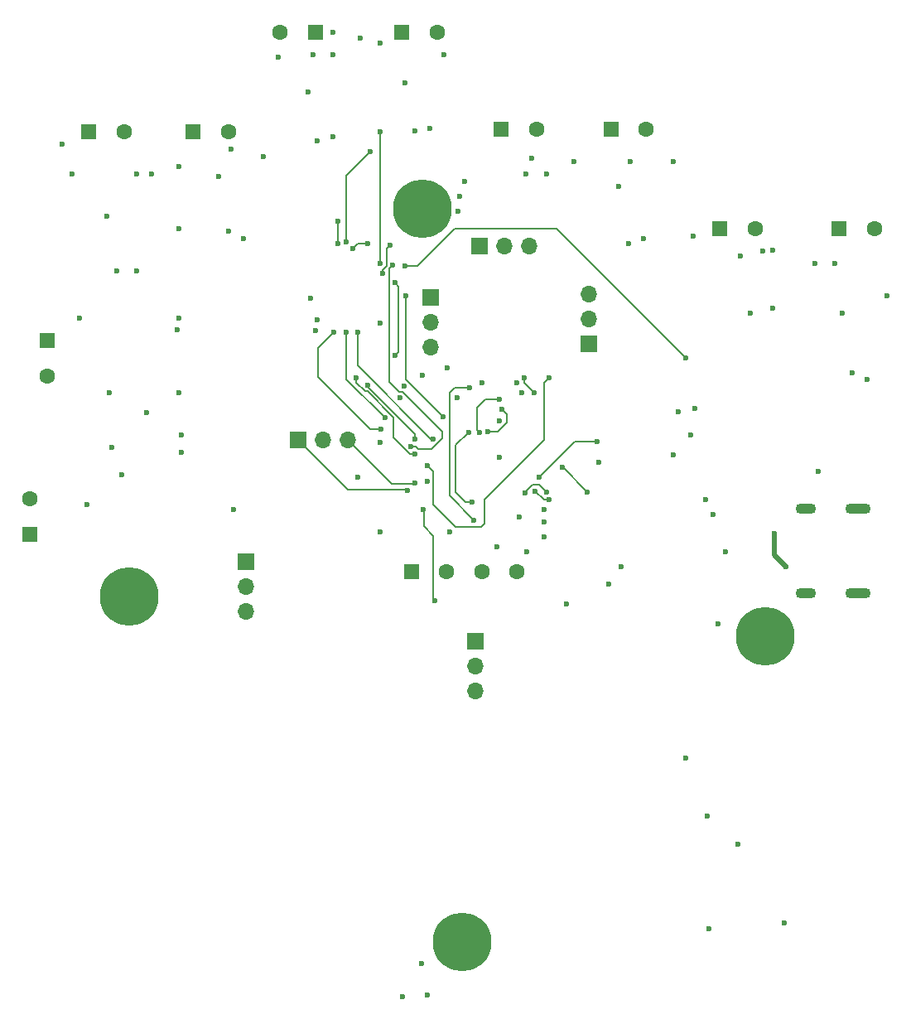
<source format=gbl>
%TF.GenerationSoftware,KiCad,Pcbnew,8.0.6*%
%TF.CreationDate,2024-11-28T00:35:05-08:00*%
%TF.ProjectId,eecsc206a,65656373-6332-4303-9661-2e6b69636164,rev?*%
%TF.SameCoordinates,Original*%
%TF.FileFunction,Copper,L4,Bot*%
%TF.FilePolarity,Positive*%
%FSLAX46Y46*%
G04 Gerber Fmt 4.6, Leading zero omitted, Abs format (unit mm)*
G04 Created by KiCad (PCBNEW 8.0.6) date 2024-11-28 00:35:05*
%MOMM*%
%LPD*%
G01*
G04 APERTURE LIST*
G04 Aperture macros list*
%AMRoundRect*
0 Rectangle with rounded corners*
0 $1 Rounding radius*
0 $2 $3 $4 $5 $6 $7 $8 $9 X,Y pos of 4 corners*
0 Add a 4 corners polygon primitive as box body*
4,1,4,$2,$3,$4,$5,$6,$7,$8,$9,$2,$3,0*
0 Add four circle primitives for the rounded corners*
1,1,$1+$1,$2,$3*
1,1,$1+$1,$4,$5*
1,1,$1+$1,$6,$7*
1,1,$1+$1,$8,$9*
0 Add four rect primitives between the rounded corners*
20,1,$1+$1,$2,$3,$4,$5,0*
20,1,$1+$1,$4,$5,$6,$7,0*
20,1,$1+$1,$6,$7,$8,$9,0*
20,1,$1+$1,$8,$9,$2,$3,0*%
G04 Aperture macros list end*
%TA.AperFunction,ComponentPad*%
%ADD10C,0.800000*%
%TD*%
%TA.AperFunction,ComponentPad*%
%ADD11C,6.000000*%
%TD*%
%TA.AperFunction,ComponentPad*%
%ADD12C,1.600000*%
%TD*%
%TA.AperFunction,ComponentPad*%
%ADD13RoundRect,0.250000X-0.550000X-0.550000X0.550000X-0.550000X0.550000X0.550000X-0.550000X0.550000X0*%
%TD*%
%TA.AperFunction,ComponentPad*%
%ADD14RoundRect,0.250000X-0.550000X0.550000X-0.550000X-0.550000X0.550000X-0.550000X0.550000X0.550000X0*%
%TD*%
%TA.AperFunction,ComponentPad*%
%ADD15O,1.700000X1.700000*%
%TD*%
%TA.AperFunction,ComponentPad*%
%ADD16R,1.700000X1.700000*%
%TD*%
%TA.AperFunction,ComponentPad*%
%ADD17RoundRect,0.250000X0.550000X0.550000X-0.550000X0.550000X-0.550000X-0.550000X0.550000X-0.550000X0*%
%TD*%
%TA.AperFunction,ComponentPad*%
%ADD18RoundRect,0.250000X0.550000X-0.550000X0.550000X0.550000X-0.550000X0.550000X-0.550000X-0.550000X0*%
%TD*%
%TA.AperFunction,ComponentPad*%
%ADD19O,2.600000X1.100000*%
%TD*%
%TA.AperFunction,ComponentPad*%
%ADD20O,2.100000X1.100000*%
%TD*%
%TA.AperFunction,ViaPad*%
%ADD21C,0.600000*%
%TD*%
%TA.AperFunction,Conductor*%
%ADD22C,0.200000*%
%TD*%
%TA.AperFunction,Conductor*%
%ADD23C,0.500000*%
%TD*%
G04 APERTURE END LIST*
D10*
%TO.P,H4,1*%
%TO.N,N/C*%
X121630000Y-103378000D03*
X120970990Y-104968990D03*
X120970990Y-101787010D03*
X119380000Y-105628000D03*
D11*
X119380000Y-103378000D03*
D10*
X119380000Y-101128000D03*
X117789010Y-104968990D03*
X117789010Y-101787010D03*
X117130000Y-103378000D03*
%TD*%
D12*
%TO.P,J8,2,Pin_2*%
%TO.N,GND*%
X195580000Y-65786000D03*
D13*
%TO.P,J8,1,Pin_1*%
%TO.N,Net-(J8-Pin_1)*%
X191980000Y-65786000D03*
%TD*%
D12*
%TO.P,J15,2,Pin_2*%
%TO.N,Net-(J15-Pin_2)*%
X118872000Y-55880000D03*
D13*
%TO.P,J15,1,Pin_1*%
%TO.N,+3V3*%
X115272000Y-55880000D03*
%TD*%
D12*
%TO.P,J12,2,Pin_2*%
%TO.N,GND*%
X110998000Y-80816000D03*
D14*
%TO.P,J12,1,Pin_1*%
%TO.N,Net-(J12-Pin_1)*%
X110998000Y-77216000D03*
%TD*%
D12*
%TO.P,J18,4,Pin_4*%
%TO.N,Net-(J18-Pin_4)*%
X159048000Y-100838000D03*
%TO.P,J18,3,Pin_3*%
%TO.N,Net-(J18-Pin_3)*%
X155448000Y-100838000D03*
%TO.P,J18,2,Pin_2*%
%TO.N,Net-(J18-Pin_2)*%
X151848000Y-100838000D03*
D13*
%TO.P,J18,1,Pin_1*%
%TO.N,Net-(J18-Pin_1)*%
X148248000Y-100838000D03*
%TD*%
D15*
%TO.P,J5,3,Pin_3*%
%TO.N,+5V*%
X166370000Y-72502000D03*
%TO.P,J5,2,Pin_2*%
%TO.N,GND*%
X166370000Y-75042000D03*
D16*
%TO.P,J5,1,Pin_1*%
%TO.N,Net-(J5-Pin_1)*%
X166370000Y-77582000D03*
%TD*%
D15*
%TO.P,J7,3,Pin_3*%
%TO.N,+5V*%
X154813000Y-113030000D03*
%TO.P,J7,2,Pin_2*%
%TO.N,GND*%
X154813000Y-110490000D03*
D16*
%TO.P,J7,1,Pin_1*%
%TO.N,Net-(J7-Pin_1)*%
X154813000Y-107950000D03*
%TD*%
D12*
%TO.P,J9,2,Pin_2*%
%TO.N,GND*%
X172234000Y-55626000D03*
D13*
%TO.P,J9,1,Pin_1*%
%TO.N,Net-(J9-Pin_1)*%
X168634000Y-55626000D03*
%TD*%
D15*
%TO.P,J6,3,Pin_3*%
%TO.N,+5V*%
X131318000Y-104902000D03*
%TO.P,J6,2,Pin_2*%
%TO.N,GND*%
X131318000Y-102362000D03*
D16*
%TO.P,J6,1,Pin_1*%
%TO.N,Net-(J6-Pin_1)*%
X131318000Y-99822000D03*
%TD*%
D12*
%TO.P,J16,2,Pin_2*%
%TO.N,Net-(J16-Pin_2)*%
X134830000Y-45698000D03*
D17*
%TO.P,J16,1,Pin_1*%
%TO.N,+3V3*%
X138430000Y-45698000D03*
%TD*%
D12*
%TO.P,J11,2,Pin_2*%
%TO.N,GND*%
X129540000Y-55880000D03*
D13*
%TO.P,J11,1,Pin_1*%
%TO.N,Net-(J11-Pin_1)*%
X125940000Y-55880000D03*
%TD*%
D15*
%TO.P,J1,3,Pin_3*%
%TO.N,Net-(J1-Pin_3)*%
X141747000Y-87376000D03*
%TO.P,J1,2,Pin_2*%
%TO.N,unconnected-(J1-Pin_2-Pad2)*%
X139207000Y-87376000D03*
D16*
%TO.P,J1,1,Pin_1*%
%TO.N,Net-(J1-Pin_1)*%
X136667000Y-87376000D03*
%TD*%
D12*
%TO.P,J13,2,Pin_2*%
%TO.N,Net-(J13-Pin_2)*%
X161036000Y-55626000D03*
D13*
%TO.P,J13,1,Pin_1*%
%TO.N,+3V3*%
X157436000Y-55626000D03*
%TD*%
D10*
%TO.P,H2,1*%
%TO.N,N/C*%
X155666000Y-138684000D03*
X155006990Y-140274990D03*
X155006990Y-137093010D03*
X153416000Y-140934000D03*
D11*
X153416000Y-138684000D03*
D10*
X153416000Y-136434000D03*
X151825010Y-140274990D03*
X151825010Y-137093010D03*
X151166000Y-138684000D03*
%TD*%
D12*
%TO.P,J14,2,Pin_2*%
%TO.N,Net-(J14-Pin_2)*%
X183388000Y-65786000D03*
D13*
%TO.P,J14,1,Pin_1*%
%TO.N,+3V3*%
X179788000Y-65786000D03*
%TD*%
D10*
%TO.P,H3,1*%
%TO.N,N/C*%
X151602000Y-63754000D03*
X150942990Y-65344990D03*
X150942990Y-62163010D03*
X149352000Y-66004000D03*
D11*
X149352000Y-63754000D03*
D10*
X149352000Y-61504000D03*
X147761010Y-65344990D03*
X147761010Y-62163010D03*
X147102000Y-63754000D03*
%TD*%
D12*
%TO.P,J17,2,Pin_2*%
%TO.N,Net-(J17-Pin_2)*%
X109198000Y-93428000D03*
D18*
%TO.P,J17,1,Pin_1*%
%TO.N,+3V3*%
X109198000Y-97028000D03*
%TD*%
D12*
%TO.P,J10,2,Pin_2*%
%TO.N,GND*%
X150876000Y-45720000D03*
D13*
%TO.P,J10,1,Pin_1*%
%TO.N,Net-(J10-Pin_1)*%
X147276000Y-45720000D03*
%TD*%
D15*
%TO.P,J4,3,Pin_3*%
%TO.N,+5V*%
X150241000Y-77851000D03*
%TO.P,J4,2,Pin_2*%
%TO.N,GND*%
X150241000Y-75311000D03*
D16*
%TO.P,J4,1,Pin_1*%
%TO.N,Net-(J4-Pin_1)*%
X150241000Y-72771000D03*
%TD*%
D15*
%TO.P,J3,3,Pin_3*%
%TO.N,+5V*%
X160274000Y-67564000D03*
%TO.P,J3,2,Pin_2*%
%TO.N,GND*%
X157734000Y-67564000D03*
D16*
%TO.P,J3,1,Pin_1*%
%TO.N,Net-(J3-Pin_1)*%
X155194000Y-67564000D03*
%TD*%
D10*
%TO.P,H1,1*%
%TO.N,N/C*%
X186654000Y-107442000D03*
X185994990Y-109032990D03*
X185994990Y-105851010D03*
X184404000Y-109692000D03*
D11*
X184404000Y-107442000D03*
D10*
X184404000Y-105192000D03*
X182813010Y-109032990D03*
X182813010Y-105851010D03*
X182154000Y-107442000D03*
%TD*%
D19*
%TO.P,P1,S1,SHIELD*%
%TO.N,GND*%
X193929000Y-94361000D03*
D20*
X188569000Y-94361000D03*
D19*
X193929000Y-103001000D03*
D20*
X188569000Y-103001000D03*
%TD*%
D21*
%TO.N,+3V3*%
X145034000Y-75438000D03*
X138430000Y-76200000D03*
X138607250Y-75107250D03*
%TO.N,GND*%
X137922000Y-72922000D03*
X159258000Y-95250000D03*
%TO.N,+3V3*%
X196850000Y-72644000D03*
%TO.N,GND*%
X192278000Y-74422000D03*
%TO.N,+3V3*%
X191516000Y-69342000D03*
%TO.N,GND*%
X189484000Y-69342000D03*
X184150000Y-68072000D03*
X185166000Y-67989750D03*
%TO.N,+3V3*%
X185166000Y-73914000D03*
X182880000Y-74422000D03*
%TO.N,GND*%
X181864000Y-68580000D03*
X177038000Y-66548000D03*
%TO.N,+3V3*%
X174984000Y-58928000D03*
%TO.N,GND*%
X171958000Y-66802000D03*
%TO.N,+3V3*%
X170434000Y-67288000D03*
%TO.N,GND*%
X169418000Y-61468000D03*
X170615750Y-58928000D03*
%TO.N,+3V3*%
X164868000Y-58928000D03*
%TO.N,GND*%
X162052000Y-60198000D03*
X159930500Y-60198000D03*
X160528000Y-58584500D03*
X152997500Y-64008000D03*
%TO.N,+3V3*%
X153162000Y-62484000D03*
X153670000Y-60960000D03*
X152146000Y-96774000D03*
X145034000Y-96774000D03*
%TO.N,GND*%
X151892000Y-80010000D03*
X149352000Y-80772000D03*
%TO.N,+3V3*%
X147490265Y-81871735D03*
%TO.N,GND*%
X147066000Y-83058000D03*
%TO.N,+3V3*%
X159512000Y-82550000D03*
%TO.N,GND*%
X159004000Y-81534000D03*
X155448000Y-81534000D03*
X152908000Y-83058000D03*
X157228025Y-85428000D03*
X157226000Y-89154000D03*
%TO.N,+3V3*%
X149860000Y-91594500D03*
X140208000Y-45698000D03*
%TO.N,GND*%
X161798000Y-94488000D03*
X161798000Y-95758000D03*
X161798000Y-97282000D03*
X160020000Y-98806000D03*
%TO.N,+3V3*%
X156972000Y-98298000D03*
X193294000Y-80518000D03*
X177181756Y-84189645D03*
%TO.N,GND*%
X175514000Y-84455000D03*
%TO.N,+3V3*%
X176784000Y-86868000D03*
%TO.N,GND*%
X175006000Y-88900000D03*
X167386000Y-89662000D03*
%TO.N,+3V3*%
X179070000Y-94996000D03*
%TO.N,GND*%
X178308000Y-93472000D03*
X189865000Y-90551000D03*
X179578000Y-106172000D03*
X180340000Y-98806000D03*
X169672000Y-100330000D03*
X168402000Y-102108000D03*
%TO.N,+3V3*%
X164084000Y-104140000D03*
%TO.N,GND*%
X181610000Y-128662000D03*
%TO.N,+3V3*%
X176276000Y-119888000D03*
%TO.N,GND*%
X178446000Y-125846000D03*
X178634000Y-137342000D03*
X186364000Y-136724000D03*
X149860000Y-144119600D03*
X147320000Y-144272000D03*
X149301200Y-140843000D03*
X145034000Y-87630000D03*
X142748000Y-91186000D03*
%TO.N,+3V3*%
X151544250Y-48006000D03*
%TO.N,GND*%
X150114000Y-55536500D03*
%TO.N,+3V3*%
X148590000Y-55786250D03*
%TO.N,GND*%
X147574000Y-50889500D03*
X145034000Y-46825500D03*
%TO.N,+3V3*%
X143002000Y-46321750D03*
%TO.N,GND*%
X140208000Y-48006000D03*
%TO.N,+3V3*%
X138176000Y-48006000D03*
%TO.N,GND*%
X134620000Y-48238000D03*
X137668000Y-51816000D03*
X140208000Y-56366000D03*
%TO.N,+3V3*%
X138618000Y-56808000D03*
X133096000Y-58420000D03*
%TO.N,GND*%
X120142000Y-70104000D03*
X124460000Y-74930000D03*
%TO.N,+3V3*%
X124333000Y-76073000D03*
%TO.N,GND*%
X124460000Y-82550000D03*
X124714000Y-86868000D03*
X118618000Y-90932000D03*
X117602000Y-88138000D03*
X130048000Y-94488000D03*
X115062000Y-93980000D03*
%TO.N,+3V3*%
X124714000Y-88646000D03*
X121158000Y-84582000D03*
X117348000Y-82550000D03*
X114300000Y-74930000D03*
X118110000Y-70104000D03*
%TO.N,GND*%
X129794000Y-57658000D03*
X128524000Y-60452000D03*
%TO.N,+3V3*%
X129540000Y-66040000D03*
%TO.N,GND*%
X131064000Y-66802000D03*
X124460000Y-65786000D03*
%TO.N,+3V3*%
X124460000Y-59436000D03*
X121666000Y-60198000D03*
%TO.N,GND*%
X120142000Y-60198000D03*
X117094000Y-64516000D03*
X113538000Y-60198000D03*
%TO.N,+3V3*%
X112522000Y-57150000D03*
%TO.N,VBUS*%
X185369200Y-96901000D03*
X186537600Y-100330000D03*
%TO.N,+1V8*%
X160782000Y-82550000D03*
X159766000Y-81026000D03*
%TO.N,Net-(J1-Pin_3)*%
X148567441Y-91818197D03*
%TO.N,Net-(J1-Pin_1)*%
X147858007Y-92505890D03*
%TO.N,/IMU/INT_2*%
X154432000Y-93694500D03*
X154086000Y-86614000D03*
%TO.N,/IMU/INT*%
X154633833Y-95569500D03*
X154178000Y-82042000D03*
%TO.N,/IMU/SCL*%
X156083000Y-86487000D03*
X157471032Y-84228000D03*
%TO.N,/IMU/SDI*%
X157226000Y-83185000D03*
X155194000Y-86614000D03*
%TO.N,/M1*%
X146304000Y-69469000D03*
X148209000Y-88011000D03*
%TO.N,/M2*%
X148590000Y-88773000D03*
X142621000Y-81026000D03*
%TO.N,/M3*%
X162306000Y-81026000D03*
X149860000Y-89994500D03*
%TO.N,/M5*%
X150622000Y-103759000D03*
X149479000Y-94488000D03*
%TO.N,/Strain Gauges and Pressure Sensors/G1*%
X147574000Y-69596000D03*
X176276000Y-78994000D03*
%TO.N,/Strain Gauges and Pressure Sensors/G3*%
X145034000Y-69342000D03*
X145034000Y-55880000D03*
%TO.N,/Strain Gauges and Pressure Sensors/P2*%
X141561735Y-67148000D03*
X144018000Y-57912000D03*
%TO.N,/Strain Gauges and Pressure Sensors/P1*%
X142240000Y-67818000D03*
X143764000Y-67310000D03*
%TO.N,/Strain Gauges and Pressure Sensors/G2*%
X145288000Y-70358000D03*
X146050000Y-67437000D03*
%TO.N,/Strain Gauges and Pressure Sensors/P3*%
X140716000Y-67310000D03*
X140716000Y-65024000D03*
%TO.N,/ADC_SDI*%
X150495000Y-87249000D03*
X142748000Y-76327000D03*
%TO.N,/ADC_SCLK*%
X145161000Y-86233000D03*
X140335000Y-76327000D03*
%TO.N,/EOC*%
X143764000Y-81788000D03*
X148590000Y-87249000D03*
X146558000Y-71322000D03*
X146558000Y-78740000D03*
%TO.N,/ADC_SDO*%
X151511000Y-84963000D03*
X147701000Y-72644000D03*
%TO.N,/QSPI_SD3*%
X167259000Y-87503000D03*
X161290000Y-91186000D03*
%TO.N,/QSPI_SD0*%
X163703000Y-90195400D03*
X166243000Y-92684600D03*
%TO.N,/ADC_CS*%
X141605000Y-76327000D03*
X145542000Y-85090000D03*
%TO.N,/USB+*%
X162306000Y-93472000D03*
X160909000Y-92583000D03*
%TO.N,/USB-*%
X159893000Y-92794500D03*
X162052000Y-92710000D03*
%TO.N,GND*%
X194818000Y-81233500D03*
%TD*%
D22*
%TO.N,/M1*%
X145958000Y-69815000D02*
X146304000Y-69469000D01*
X145958000Y-81442000D02*
X145958000Y-69815000D01*
X146974000Y-82458000D02*
X145958000Y-81442000D01*
X147314529Y-82458000D02*
X146974000Y-82458000D01*
X151384000Y-86527471D02*
X147314529Y-82458000D01*
X150327529Y-88265000D02*
X151384000Y-87208529D01*
X151384000Y-87208529D02*
X151384000Y-86527471D01*
X148930529Y-88265000D02*
X150327529Y-88265000D01*
X148676529Y-88011000D02*
X148930529Y-88265000D01*
X148209000Y-88011000D02*
X148676529Y-88011000D01*
%TO.N,/ADC_SDI*%
X142748000Y-79756000D02*
X142748000Y-76327000D01*
X150241000Y-87249000D02*
X142748000Y-79756000D01*
X150495000Y-87249000D02*
X150241000Y-87249000D01*
%TO.N,/IMU/INT*%
X152146000Y-93081667D02*
X152146000Y-82550000D01*
X154633833Y-95569500D02*
X152146000Y-93081667D01*
X152146000Y-82550000D02*
X152654000Y-82042000D01*
X152654000Y-82042000D02*
X154178000Y-82042000D01*
D23*
%TO.N,VBUS*%
X185369200Y-99161600D02*
X186537600Y-100330000D01*
X185369200Y-96901000D02*
X185369200Y-99161600D01*
D22*
%TO.N,+1V8*%
X159766000Y-81534000D02*
X160782000Y-82550000D01*
X159766000Y-81026000D02*
X159766000Y-81534000D01*
%TO.N,Net-(J1-Pin_3)*%
X148564638Y-91821000D02*
X146192000Y-91821000D01*
X146192000Y-91821000D02*
X141747000Y-87376000D01*
X148567441Y-91818197D02*
X148564638Y-91821000D01*
%TO.N,Net-(J1-Pin_1)*%
X141758249Y-92467249D02*
X136667000Y-87376000D01*
X147858007Y-92505890D02*
X147819366Y-92467249D01*
X147819366Y-92467249D02*
X141758249Y-92467249D01*
%TO.N,/IMU/INT_2*%
X152781000Y-87919000D02*
X154086000Y-86614000D01*
X154432000Y-93694500D02*
X153765500Y-93694500D01*
X152781000Y-92710000D02*
X152781000Y-87919000D01*
X153765500Y-93694500D02*
X152781000Y-92710000D01*
%TO.N,/IMU/SCL*%
X157099000Y-86487000D02*
X157988000Y-85598000D01*
X157988000Y-84744968D02*
X157471032Y-84228000D01*
X156083000Y-86487000D02*
X157099000Y-86487000D01*
X157988000Y-85598000D02*
X157988000Y-84744968D01*
%TO.N,/IMU/SDI*%
X154940000Y-86360000D02*
X154940000Y-84074000D01*
X155194000Y-86614000D02*
X154940000Y-86360000D01*
X154940000Y-84074000D02*
X155829000Y-83185000D01*
X155829000Y-83185000D02*
X157226000Y-83185000D01*
%TO.N,/M2*%
X146431000Y-87081529D02*
X146431000Y-85055000D01*
X143764000Y-82388000D02*
X143515471Y-82388000D01*
X148122471Y-88773000D02*
X146431000Y-87081529D01*
X143515471Y-82388000D02*
X142621000Y-81493529D01*
X142621000Y-81493529D02*
X142621000Y-81026000D01*
X148590000Y-88773000D02*
X148122471Y-88773000D01*
X146431000Y-85055000D02*
X143764000Y-82388000D01*
%TO.N,/M3*%
X150460000Y-93945000D02*
X150460000Y-90594500D01*
X155356000Y-96231000D02*
X152746000Y-96231000D01*
X152746000Y-96231000D02*
X150460000Y-93945000D01*
X162306000Y-81026000D02*
X161798000Y-81534000D01*
X155702000Y-93431529D02*
X155702000Y-95885000D01*
X161798000Y-87335529D02*
X155702000Y-93431529D01*
X161798000Y-81534000D02*
X161798000Y-87335529D01*
X155702000Y-95885000D02*
X155356000Y-96231000D01*
X150460000Y-90594500D02*
X149860000Y-89994500D01*
%TO.N,/M5*%
X149497000Y-94506000D02*
X149497000Y-96157000D01*
X150495000Y-103632000D02*
X150622000Y-103759000D01*
X150495000Y-97155000D02*
X150495000Y-103632000D01*
X149479000Y-94488000D02*
X149497000Y-94506000D01*
X149497000Y-96157000D02*
X150495000Y-97155000D01*
%TO.N,/Strain Gauges and Pressure Sensors/G1*%
X148844000Y-69596000D02*
X152654000Y-65786000D01*
X163068000Y-65786000D02*
X176276000Y-78994000D01*
X147574000Y-69596000D02*
X148844000Y-69596000D01*
X152654000Y-65786000D02*
X163068000Y-65786000D01*
%TO.N,/Strain Gauges and Pressure Sensors/G3*%
X145034000Y-69342000D02*
X145034000Y-55880000D01*
%TO.N,/Strain Gauges and Pressure Sensors/P2*%
X141561735Y-67148000D02*
X141561735Y-60368265D01*
X141561735Y-60368265D02*
X144018000Y-57912000D01*
%TO.N,/Strain Gauges and Pressure Sensors/P1*%
X143764000Y-67310000D02*
X142748000Y-67310000D01*
X142748000Y-67310000D02*
X142240000Y-67818000D01*
%TO.N,/Strain Gauges and Pressure Sensors/G2*%
X145704000Y-69606552D02*
X145288000Y-70022552D01*
X145288000Y-70022552D02*
X145288000Y-70358000D01*
X146050000Y-67437000D02*
X145704000Y-67783000D01*
X145704000Y-67783000D02*
X145704000Y-69606552D01*
%TO.N,/Strain Gauges and Pressure Sensors/P3*%
X140716000Y-65024000D02*
X140716000Y-67310000D01*
%TO.N,/ADC_SCLK*%
X144018000Y-86233000D02*
X138684000Y-80899000D01*
X138684000Y-80899000D02*
X138684000Y-77978000D01*
X138684000Y-77978000D02*
X140335000Y-76327000D01*
X145161000Y-86233000D02*
X144018000Y-86233000D01*
%TO.N,/EOC*%
X148590000Y-86741000D02*
X143764000Y-81915000D01*
X146939000Y-71703000D02*
X146558000Y-71322000D01*
X143764000Y-81915000D02*
X143764000Y-81788000D01*
X146558000Y-78740000D02*
X146939000Y-78359000D01*
X146939000Y-78359000D02*
X146939000Y-71703000D01*
X148590000Y-87249000D02*
X148590000Y-86741000D01*
%TO.N,/ADC_SDO*%
X151511000Y-84963000D02*
X147701000Y-81153000D01*
X147701000Y-81153000D02*
X147701000Y-72644000D01*
%TO.N,/QSPI_SD3*%
X161290000Y-91186000D02*
X164973000Y-87503000D01*
X164973000Y-87503000D02*
X167259000Y-87503000D01*
%TO.N,/QSPI_SD0*%
X166243000Y-92684600D02*
X163753800Y-90195400D01*
X163753800Y-90195400D02*
X163703000Y-90195400D01*
%TO.N,/ADC_CS*%
X141605000Y-81153000D02*
X141605000Y-76327000D01*
X145542000Y-85090000D02*
X141605000Y-81153000D01*
%TO.N,/USB+*%
X161798000Y-93472000D02*
X160909000Y-92583000D01*
X162306000Y-93472000D02*
X161798000Y-93472000D01*
%TO.N,/USB-*%
X161325000Y-91983000D02*
X160660471Y-91983000D01*
X162052000Y-92710000D02*
X161325000Y-91983000D01*
X159893000Y-92750471D02*
X159893000Y-92794500D01*
X160660471Y-91983000D02*
X159893000Y-92750471D01*
%TD*%
M02*

</source>
